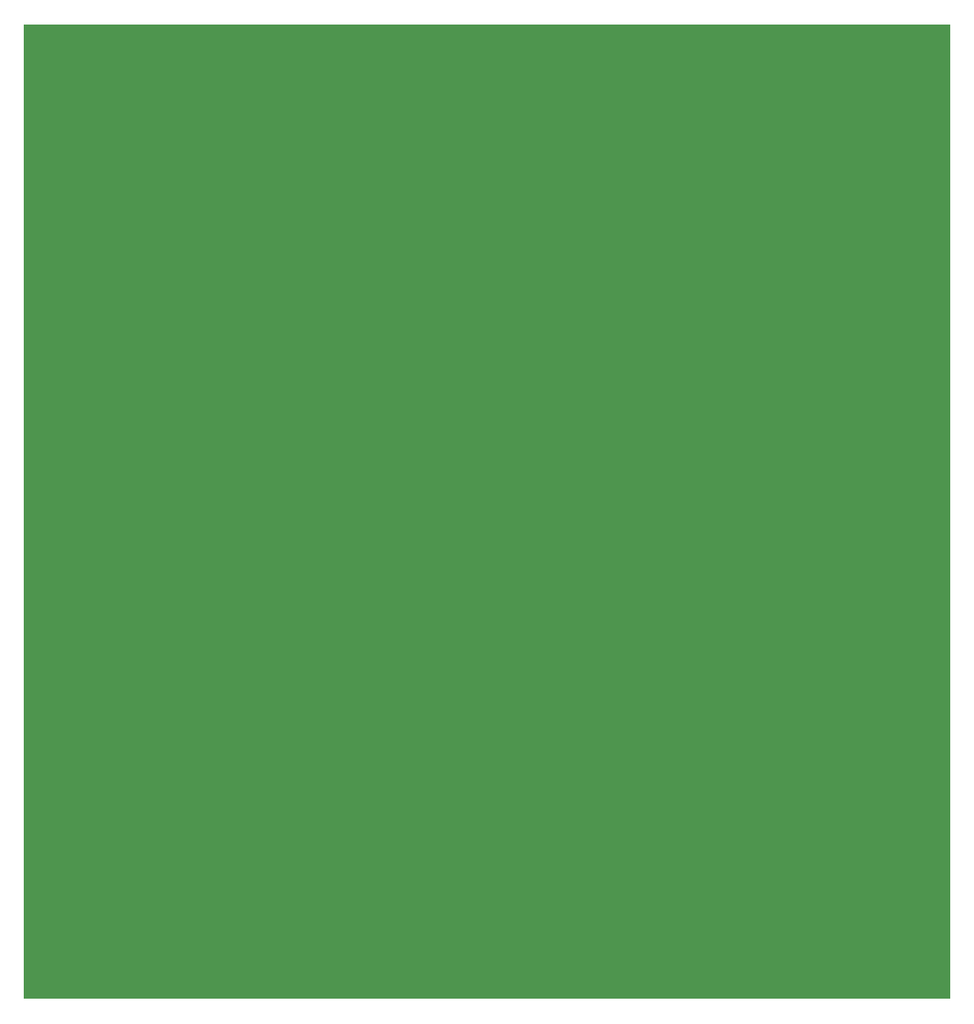
<source format=gbr>
G04 DipTrace 2.4.0.2*
%INBoard.gbr*%
%MOIN*%
%ADD11C,0.006*%
%FSLAX44Y44*%
G04*
G70*
G90*
G75*
G01*
%LNBoardPoly*%
%LPD*%
G36*
X3940Y3940D2*
D11*
X42940D1*
Y44940D1*
X3940D1*
Y3940D1*
G37*
M02*

</source>
